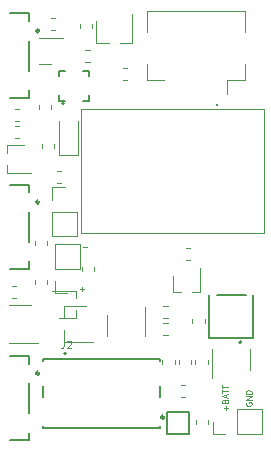
<source format=gbr>
%TF.GenerationSoftware,KiCad,Pcbnew,(5.99.0-8775-g06a515339c)*%
%TF.CreationDate,2021-03-27T13:48:37-04:00*%
%TF.ProjectId,mk2,6d6b322e-6b69-4636-9164-5f7063625858,rev?*%
%TF.SameCoordinates,Original*%
%TF.FileFunction,Legend,Top*%
%TF.FilePolarity,Positive*%
%FSLAX46Y46*%
G04 Gerber Fmt 4.6, Leading zero omitted, Abs format (unit mm)*
G04 Created by KiCad (PCBNEW (5.99.0-8775-g06a515339c)) date 2021-03-27 13:48:37*
%MOMM*%
%LPD*%
G01*
G04 APERTURE LIST*
%ADD10C,0.125000*%
%ADD11C,0.015000*%
%ADD12C,0.200000*%
%ADD13C,0.127000*%
%ADD14C,0.120000*%
%ADD15C,0.150000*%
%ADD16C,0.250000*%
%ADD17C,0.100000*%
G04 APERTURE END LIST*
D10*
X33750000Y-46130952D02*
X33726190Y-46178571D01*
X33726190Y-46250000D01*
X33750000Y-46321428D01*
X33797619Y-46369047D01*
X33845238Y-46392857D01*
X33940476Y-46416666D01*
X34011904Y-46416666D01*
X34107142Y-46392857D01*
X34154761Y-46369047D01*
X34202380Y-46321428D01*
X34226190Y-46250000D01*
X34226190Y-46202380D01*
X34202380Y-46130952D01*
X34178571Y-46107142D01*
X34011904Y-46107142D01*
X34011904Y-46202380D01*
X34226190Y-45892857D02*
X33726190Y-45892857D01*
X34226190Y-45607142D01*
X33726190Y-45607142D01*
X34226190Y-45369047D02*
X33726190Y-45369047D01*
X33726190Y-45250000D01*
X33750000Y-45178571D01*
X33797619Y-45130952D01*
X33845238Y-45107142D01*
X33940476Y-45083333D01*
X34011904Y-45083333D01*
X34107142Y-45107142D01*
X34154761Y-45130952D01*
X34202380Y-45178571D01*
X34226190Y-45250000D01*
X34226190Y-45369047D01*
X32035714Y-46785714D02*
X32035714Y-46404761D01*
X32226190Y-46595238D02*
X31845238Y-46595238D01*
X31964285Y-46000000D02*
X31988095Y-45928571D01*
X32011904Y-45904761D01*
X32059523Y-45880952D01*
X32130952Y-45880952D01*
X32178571Y-45904761D01*
X32202380Y-45928571D01*
X32226190Y-45976190D01*
X32226190Y-46166666D01*
X31726190Y-46166666D01*
X31726190Y-46000000D01*
X31750000Y-45952380D01*
X31773809Y-45928571D01*
X31821428Y-45904761D01*
X31869047Y-45904761D01*
X31916666Y-45928571D01*
X31940476Y-45952380D01*
X31964285Y-46000000D01*
X31964285Y-46166666D01*
X32083333Y-45690476D02*
X32083333Y-45452380D01*
X32226190Y-45738095D02*
X31726190Y-45571428D01*
X32226190Y-45404761D01*
X31726190Y-45309523D02*
X31726190Y-45023809D01*
X32226190Y-45166666D02*
X31726190Y-45166666D01*
X31726190Y-44928571D02*
X31726190Y-44642857D01*
X32226190Y-44785714D02*
X31726190Y-44785714D01*
X20290476Y-32964285D02*
X19909523Y-32964285D01*
X19835714Y-36690476D02*
X19835714Y-36309523D01*
X20026190Y-36500000D02*
X19645238Y-36500000D01*
D11*
%TO.C,J2*%
X18313194Y-40882791D02*
X18313194Y-41340721D01*
X18282666Y-41432307D01*
X18221608Y-41493364D01*
X18130022Y-41523892D01*
X18068965Y-41523892D01*
X18587952Y-40943849D02*
X18618480Y-40913320D01*
X18679538Y-40882791D01*
X18832181Y-40882791D01*
X18893238Y-40913320D01*
X18923767Y-40943849D01*
X18954295Y-41004906D01*
X18954295Y-41065963D01*
X18923767Y-41157549D01*
X18557423Y-41523892D01*
X18954295Y-41523892D01*
D12*
X18515000Y-41993000D02*
G75*
G03*
X18515000Y-41993000I-100000J0D01*
G01*
D13*
X16575000Y-42590620D02*
X16575000Y-42450000D01*
X16575000Y-45668750D02*
X16575000Y-44745310D01*
X16575000Y-48300000D02*
X16575000Y-48131250D01*
X26425000Y-42590620D02*
X26425000Y-42450000D01*
X26425000Y-45668750D02*
X26425000Y-44745310D01*
X26425000Y-48300000D02*
X26425000Y-48131250D01*
X26425000Y-48300000D02*
X16575000Y-48300000D01*
X16575000Y-42450000D02*
X26425000Y-42450000D01*
D14*
%TO.C,R4*%
X27095267Y-39368000D02*
X26752733Y-39368000D01*
X27095267Y-40388000D02*
X26752733Y-40388000D01*
%TO.C,R13*%
X29000267Y-33018000D02*
X28657733Y-33018000D01*
X29000267Y-34038000D02*
X28657733Y-34038000D01*
%TO.C,R14*%
X29208000Y-39071733D02*
X29208000Y-39414267D01*
X30228000Y-39071733D02*
X30228000Y-39414267D01*
D15*
%TO.C,U6*%
X27075000Y-48802000D02*
X27075000Y-46952000D01*
X28925000Y-48802000D02*
X27075000Y-48802000D01*
X27075000Y-46952000D02*
X28925000Y-46952000D01*
X28925000Y-46952000D02*
X28925000Y-48802000D01*
D16*
X26807000Y-47377000D02*
G75*
G03*
X26807000Y-47377000I-125000J0D01*
G01*
D14*
%TO.C,C4*%
X15873000Y-36112267D02*
X15873000Y-35769733D01*
X16893000Y-36112267D02*
X16893000Y-35769733D01*
%TO.C,C9*%
X23666267Y-17778000D02*
X23323733Y-17778000D01*
X23666267Y-18798000D02*
X23323733Y-18798000D01*
%TO.C,C8*%
X20703000Y-14395267D02*
X20703000Y-14052733D01*
X19683000Y-14395267D02*
X19683000Y-14052733D01*
D13*
%TO.C,U4*%
X20447000Y-20574000D02*
X19977000Y-20574000D01*
X20447000Y-20574000D02*
X20447000Y-20104000D01*
X20447000Y-18034000D02*
X19977000Y-18034000D01*
X20447000Y-18034000D02*
X20447000Y-18504000D01*
X17907000Y-20574000D02*
X17907000Y-20104000D01*
X17907000Y-20574000D02*
X18377000Y-20574000D01*
X17907000Y-18034000D02*
X17907000Y-18504000D01*
X17907000Y-18034000D02*
X18377000Y-18034000D01*
D15*
X18352000Y-20804000D02*
G75*
G03*
X18352000Y-20804000I-75000J0D01*
G01*
D14*
%TO.C,R15*%
X14546267Y-23760000D02*
X14203733Y-23760000D01*
X14546267Y-22740000D02*
X14203733Y-22740000D01*
D17*
%TO.C,IC1*%
X35250000Y-21250000D02*
X35250000Y-31750000D01*
X31300000Y-20900000D02*
X31300000Y-20900000D01*
X35250000Y-31750000D02*
X19750000Y-31750000D01*
X19750000Y-31750000D02*
X19750000Y-21250000D01*
X19750000Y-21250000D02*
X35250000Y-21250000D01*
X31200000Y-20900000D02*
X31200000Y-20900000D01*
X31200000Y-20900000D02*
G75*
G02*
X31300000Y-20900000I50000J0D01*
G01*
X31300000Y-20900000D02*
G75*
G02*
X31200000Y-20900000I-50000J0D01*
G01*
D14*
%TO.C,U3*%
X34110000Y-43400000D02*
X34110000Y-41600000D01*
X30890000Y-41600000D02*
X30890000Y-44050000D01*
%TO.C,C10*%
X29490000Y-47923267D02*
X29490000Y-47580733D01*
X30510000Y-47923267D02*
X30510000Y-47580733D01*
%TO.C,D1*%
X18360000Y-39000000D02*
X18360000Y-37950000D01*
X18360000Y-37950000D02*
X20210000Y-37950000D01*
X18360000Y-41000000D02*
X18360000Y-40000000D01*
X18380000Y-41010000D02*
X20810000Y-41010000D01*
%TO.C,Q4*%
X13520000Y-26660000D02*
X13520000Y-26000000D01*
X13520000Y-25000000D02*
X13520000Y-24340000D01*
X14930000Y-24340000D02*
X13520000Y-24340000D01*
X13520000Y-26660000D02*
X15550000Y-26660000D01*
%TO.C,C20*%
X28546267Y-44617000D02*
X28203733Y-44617000D01*
X28546267Y-45637000D02*
X28203733Y-45637000D01*
%TO.C,U5*%
X22012000Y-38724000D02*
X22012000Y-40524000D01*
X25232000Y-40524000D02*
X25232000Y-38074000D01*
%TO.C,D2*%
X24116000Y-15662000D02*
X24116000Y-13232000D01*
X21056000Y-15682000D02*
X21056000Y-13832000D01*
X22106000Y-15682000D02*
X21056000Y-15682000D01*
X24106000Y-15682000D02*
X23106000Y-15682000D01*
D15*
%TO.C,SW2*%
X15375000Y-13175000D02*
X15375000Y-13825000D01*
X15375000Y-15475000D02*
X15375000Y-18025000D01*
X13775000Y-20325000D02*
X15375000Y-20325000D01*
X15375000Y-19675000D02*
X15375000Y-20325000D01*
X13775000Y-13175000D02*
X15375000Y-13175000D01*
D16*
X16220000Y-14650000D02*
G75*
G03*
X16220000Y-14650000I-125000J0D01*
G01*
D14*
%TO.C,J1*%
X25350000Y-18800000D02*
X25350000Y-17460000D01*
X32160000Y-18800000D02*
X32160000Y-20000000D01*
X26840000Y-18800000D02*
X25350000Y-18800000D01*
X25350000Y-13000000D02*
X25350000Y-14740000D01*
X33650000Y-18800000D02*
X33650000Y-17460000D01*
X32160000Y-18800000D02*
X33650000Y-18800000D01*
X33650000Y-14740000D02*
X33650000Y-13000000D01*
X33650000Y-13000000D02*
X25350000Y-13000000D01*
%TO.C,R9*%
X30482000Y-42500733D02*
X30482000Y-42843267D01*
X29462000Y-42500733D02*
X29462000Y-42843267D01*
D13*
%TO.C,J4*%
X34350000Y-37025000D02*
X34350000Y-40625000D01*
X30650000Y-40625000D02*
X30650000Y-37025000D01*
X33700000Y-37025000D02*
X31300000Y-37025000D01*
X34350000Y-40625000D02*
X30650000Y-40625000D01*
D12*
X33350000Y-41002000D02*
G75*
G03*
X33350000Y-41002000I-100000J0D01*
G01*
D14*
%TO.C,C2*%
X17510000Y-24203733D02*
X17510000Y-24546267D01*
X16490000Y-24203733D02*
X16490000Y-24546267D01*
%TO.C,C5*%
X20148733Y-17274000D02*
X20491267Y-17274000D01*
X20148733Y-16254000D02*
X20491267Y-16254000D01*
%TO.C,BT1*%
X32000000Y-48810000D02*
X30940000Y-48810000D01*
X33000000Y-48810000D02*
X35060000Y-48810000D01*
X35060000Y-48810000D02*
X35060000Y-46690000D01*
X30940000Y-48810000D02*
X30940000Y-47750000D01*
X33000000Y-48810000D02*
X33000000Y-46690000D01*
X33000000Y-46690000D02*
X35060000Y-46690000D01*
%TO.C,R2*%
X20910000Y-34628733D02*
X20910000Y-34971267D01*
X19890000Y-34628733D02*
X19890000Y-34971267D01*
D15*
%TO.C,SW4*%
X15375000Y-48675000D02*
X15375000Y-49325000D01*
X13775000Y-42175000D02*
X15375000Y-42175000D01*
X15375000Y-42175000D02*
X15375000Y-42825000D01*
X15375000Y-44475000D02*
X15375000Y-47025000D01*
X13775000Y-49325000D02*
X15375000Y-49325000D01*
D16*
X16220000Y-43650000D02*
G75*
G03*
X16220000Y-43650000I-125000J0D01*
G01*
D14*
%TO.C,C6*%
X17570267Y-13587000D02*
X17227733Y-13587000D01*
X17570267Y-14607000D02*
X17227733Y-14607000D01*
%TO.C,Q3*%
X29862000Y-36798000D02*
X29202000Y-36798000D01*
X29862000Y-36798000D02*
X29862000Y-34768000D01*
X28202000Y-36798000D02*
X27542000Y-36798000D01*
X27542000Y-35388000D02*
X27542000Y-36798000D01*
%TO.C,U1*%
X17253000Y-17493000D02*
X16253000Y-17493000D01*
X18253000Y-15273000D02*
X16253000Y-15273000D01*
%TO.C,Y1*%
X17950000Y-25150000D02*
X19550000Y-25150000D01*
X17950000Y-22300000D02*
X17950000Y-25150000D01*
X19550000Y-25150000D02*
X19550000Y-22300000D01*
%TO.C,C7*%
X15873000Y-32467733D02*
X15873000Y-32810267D01*
X16893000Y-32467733D02*
X16893000Y-32810267D01*
%TO.C,Q1*%
X19330000Y-38300000D02*
X19330000Y-38960000D01*
X19330000Y-36640000D02*
X19330000Y-37300000D01*
X17920000Y-38960000D02*
X19330000Y-38960000D01*
X19330000Y-36640000D02*
X17300000Y-36640000D01*
%TO.C,R3*%
X27095267Y-38991000D02*
X26752733Y-38991000D01*
X27095267Y-37971000D02*
X26752733Y-37971000D01*
%TO.C,J6*%
X17540000Y-34800000D02*
X17540000Y-32740000D01*
X19660000Y-34800000D02*
X19660000Y-32740000D01*
X17540000Y-36860000D02*
X17540000Y-35800000D01*
X19660000Y-34800000D02*
X17540000Y-34800000D01*
X19660000Y-32740000D02*
X17540000Y-32740000D01*
X18600000Y-36860000D02*
X17540000Y-36860000D01*
%TO.C,R11*%
X27688000Y-42843267D02*
X27688000Y-42500733D01*
X26668000Y-42843267D02*
X26668000Y-42500733D01*
%TO.C,R16*%
X14546267Y-22260000D02*
X14203733Y-22260000D01*
X14546267Y-21240000D02*
X14203733Y-21240000D01*
%TO.C,C3*%
X18046267Y-26490000D02*
X17703733Y-26490000D01*
X18046267Y-27510000D02*
X17703733Y-27510000D01*
D15*
%TO.C,SW1*%
X15375000Y-34175000D02*
X15375000Y-34825000D01*
X15375000Y-29975000D02*
X15375000Y-32525000D01*
X15375000Y-27675000D02*
X15375000Y-28325000D01*
X13775000Y-34825000D02*
X15375000Y-34825000D01*
X13775000Y-27675000D02*
X15375000Y-27675000D01*
D16*
X16220000Y-29150000D02*
G75*
G03*
X16220000Y-29150000I-125000J0D01*
G01*
D14*
%TO.C,J3*%
X17355000Y-27912000D02*
X18415000Y-27912000D01*
X19475000Y-29972000D02*
X19475000Y-32032000D01*
X17355000Y-29972000D02*
X17355000Y-32032000D01*
X17355000Y-29972000D02*
X19475000Y-29972000D01*
X17355000Y-32032000D02*
X19475000Y-32032000D01*
X17355000Y-28972000D02*
X17355000Y-27912000D01*
%TO.C,R12*%
X29085000Y-42843267D02*
X29085000Y-42500733D01*
X28065000Y-42843267D02*
X28065000Y-42500733D01*
%TO.C,U2*%
X15500000Y-37840000D02*
X13700000Y-37840000D01*
X13700000Y-41060000D02*
X16150000Y-41060000D01*
%TO.C,L1*%
X13953733Y-36240000D02*
X14296267Y-36240000D01*
X13953733Y-37260000D02*
X14296267Y-37260000D01*
%TO.C,C1*%
X16240000Y-20953733D02*
X16240000Y-21296267D01*
X17260000Y-20953733D02*
X17260000Y-21296267D01*
%TD*%
M02*

</source>
